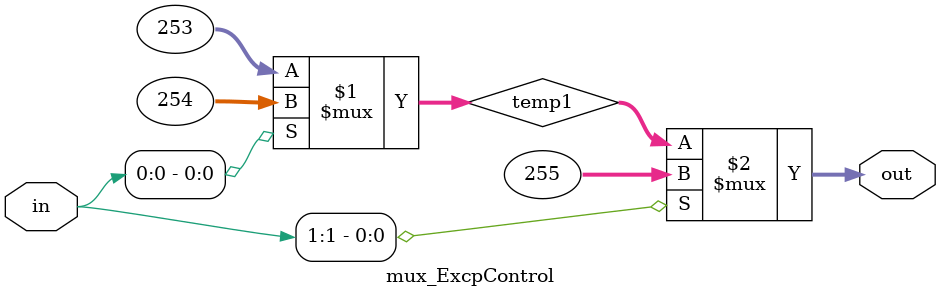
<source format=v>
module mux_ExcpControl (
    input wire[1:0] in,
    output wire[31:0] out

);

    wire[31:0] temp1;

    assign temp1=(in[0])?254:253;
    assign out =(in[1])?255:temp1;

    
endmodule
</source>
